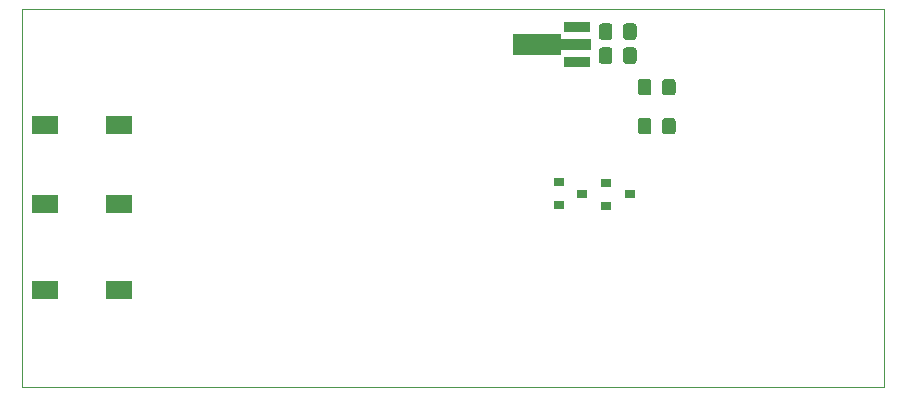
<source format=gbr>
G04 #@! TF.GenerationSoftware,KiCad,Pcbnew,5.1.10*
G04 #@! TF.CreationDate,2021-09-21T16:03:23-04:00*
G04 #@! TF.ProjectId,tinycalibrator,74696e79-6361-46c6-9962-7261746f722e,rev?*
G04 #@! TF.SameCoordinates,Original*
G04 #@! TF.FileFunction,Paste,Top*
G04 #@! TF.FilePolarity,Positive*
%FSLAX46Y46*%
G04 Gerber Fmt 4.6, Leading zero omitted, Abs format (unit mm)*
G04 Created by KiCad (PCBNEW 5.1.10) date 2021-09-21 16:03:23*
%MOMM*%
%LPD*%
G01*
G04 APERTURE LIST*
G04 #@! TA.AperFunction,Profile*
%ADD10C,0.050000*%
G04 #@! TD*
%ADD11R,0.900000X0.800000*%
%ADD12C,0.350000*%
%ADD13R,2.300000X0.900000*%
%ADD14R,2.298700X1.597660*%
G04 APERTURE END LIST*
D10*
X97000000Y-111000000D02*
X170000000Y-111000000D01*
X97000000Y-79000000D02*
X97000000Y-111000000D01*
X170000000Y-79000000D02*
X97000000Y-79000000D01*
X170000000Y-111000000D02*
X170000000Y-79000000D01*
D11*
G04 #@! TO.C,Q1*
X148447000Y-94678500D03*
X146447000Y-95628500D03*
X146447000Y-93728500D03*
G04 #@! TD*
D12*
G04 #@! TO.C,U2*
G36*
X138559000Y-81112000D02*
G01*
X142684000Y-81112000D01*
X142684000Y-81528500D01*
X145159000Y-81528500D01*
X145159000Y-82428500D01*
X142684000Y-82428500D01*
X142684000Y-82845000D01*
X138559000Y-82845000D01*
X138559000Y-81112000D01*
G37*
D13*
X144009000Y-80478500D03*
X144009000Y-83478500D03*
G04 #@! TD*
D14*
G04 #@! TO.C,SW4*
X105257600Y-102743000D03*
X98958400Y-102743000D03*
G04 #@! TD*
G04 #@! TO.C,SW3*
X105257600Y-95504000D03*
X98958400Y-95504000D03*
G04 #@! TD*
G04 #@! TO.C,SW2*
X105257600Y-88773000D03*
X98958400Y-88773000D03*
G04 #@! TD*
G04 #@! TO.C,R8*
G36*
G01*
X150299000Y-88449999D02*
X150299000Y-89350001D01*
G75*
G02*
X150049001Y-89600000I-249999J0D01*
G01*
X149398999Y-89600000D01*
G75*
G02*
X149149000Y-89350001I0J249999D01*
G01*
X149149000Y-88449999D01*
G75*
G02*
X149398999Y-88200000I249999J0D01*
G01*
X150049001Y-88200000D01*
G75*
G02*
X150299000Y-88449999I0J-249999D01*
G01*
G37*
G36*
G01*
X152349000Y-88449999D02*
X152349000Y-89350001D01*
G75*
G02*
X152099001Y-89600000I-249999J0D01*
G01*
X151448999Y-89600000D01*
G75*
G02*
X151199000Y-89350001I0J249999D01*
G01*
X151199000Y-88449999D01*
G75*
G02*
X151448999Y-88200000I249999J0D01*
G01*
X152099001Y-88200000D01*
G75*
G02*
X152349000Y-88449999I0J-249999D01*
G01*
G37*
G04 #@! TD*
D11*
G04 #@! TO.C,Q2*
X144446500Y-94615000D03*
X142446500Y-95565000D03*
X142446500Y-93665000D03*
G04 #@! TD*
G04 #@! TO.C,D2*
G36*
G01*
X150299000Y-85147999D02*
X150299000Y-86048001D01*
G75*
G02*
X150049001Y-86298000I-249999J0D01*
G01*
X149398999Y-86298000D01*
G75*
G02*
X149149000Y-86048001I0J249999D01*
G01*
X149149000Y-85147999D01*
G75*
G02*
X149398999Y-84898000I249999J0D01*
G01*
X150049001Y-84898000D01*
G75*
G02*
X150299000Y-85147999I0J-249999D01*
G01*
G37*
G36*
G01*
X152349000Y-85147999D02*
X152349000Y-86048001D01*
G75*
G02*
X152099001Y-86298000I-249999J0D01*
G01*
X151448999Y-86298000D01*
G75*
G02*
X151199000Y-86048001I0J249999D01*
G01*
X151199000Y-85147999D01*
G75*
G02*
X151448999Y-84898000I249999J0D01*
G01*
X152099001Y-84898000D01*
G75*
G02*
X152349000Y-85147999I0J-249999D01*
G01*
G37*
G04 #@! TD*
G04 #@! TO.C,C3*
G36*
G01*
X146997000Y-80448999D02*
X146997000Y-81349001D01*
G75*
G02*
X146747001Y-81599000I-249999J0D01*
G01*
X146096999Y-81599000D01*
G75*
G02*
X145847000Y-81349001I0J249999D01*
G01*
X145847000Y-80448999D01*
G75*
G02*
X146096999Y-80199000I249999J0D01*
G01*
X146747001Y-80199000D01*
G75*
G02*
X146997000Y-80448999I0J-249999D01*
G01*
G37*
G36*
G01*
X149047000Y-80448999D02*
X149047000Y-81349001D01*
G75*
G02*
X148797001Y-81599000I-249999J0D01*
G01*
X148146999Y-81599000D01*
G75*
G02*
X147897000Y-81349001I0J249999D01*
G01*
X147897000Y-80448999D01*
G75*
G02*
X148146999Y-80199000I249999J0D01*
G01*
X148797001Y-80199000D01*
G75*
G02*
X149047000Y-80448999I0J-249999D01*
G01*
G37*
G04 #@! TD*
G04 #@! TO.C,C1*
G36*
G01*
X146997000Y-82480999D02*
X146997000Y-83381001D01*
G75*
G02*
X146747001Y-83631000I-249999J0D01*
G01*
X146096999Y-83631000D01*
G75*
G02*
X145847000Y-83381001I0J249999D01*
G01*
X145847000Y-82480999D01*
G75*
G02*
X146096999Y-82231000I249999J0D01*
G01*
X146747001Y-82231000D01*
G75*
G02*
X146997000Y-82480999I0J-249999D01*
G01*
G37*
G36*
G01*
X149047000Y-82480999D02*
X149047000Y-83381001D01*
G75*
G02*
X148797001Y-83631000I-249999J0D01*
G01*
X148146999Y-83631000D01*
G75*
G02*
X147897000Y-83381001I0J249999D01*
G01*
X147897000Y-82480999D01*
G75*
G02*
X148146999Y-82231000I249999J0D01*
G01*
X148797001Y-82231000D01*
G75*
G02*
X149047000Y-82480999I0J-249999D01*
G01*
G37*
G04 #@! TD*
M02*

</source>
